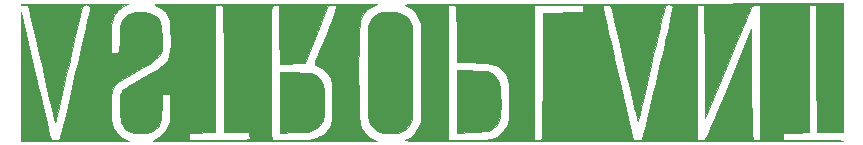
<source format=gbr>
G04 #@! TF.GenerationSoftware,KiCad,Pcbnew,7.0.7*
G04 #@! TF.CreationDate,2023-10-12T15:34:55+02:00*
G04 #@! TF.ProjectId,Astroplant_VFR,41737472-6f70-46c6-916e-745f5646522e,0.5*
G04 #@! TF.SameCoordinates,Original*
G04 #@! TF.FileFunction,Legend,Bot*
G04 #@! TF.FilePolarity,Positive*
%FSLAX46Y46*%
G04 Gerber Fmt 4.6, Leading zero omitted, Abs format (unit mm)*
G04 Created by KiCad (PCBNEW 7.0.7) date 2023-10-12 15:34:55*
%MOMM*%
%LPD*%
G01*
G04 APERTURE LIST*
%ADD10C,0.010000*%
G04 APERTURE END LIST*
D10*
X145808554Y-51634064D02*
X146357588Y-51658356D01*
X146781376Y-51711082D01*
X147107142Y-51798172D01*
X147362112Y-51925553D01*
X147573511Y-52099155D01*
X147690530Y-52231154D01*
X147832671Y-52464940D01*
X147933013Y-52758829D01*
X147997384Y-53139875D01*
X148031613Y-53635133D01*
X148041527Y-54271659D01*
X148038334Y-54664614D01*
X148018267Y-55167863D01*
X147974497Y-55552134D01*
X147900981Y-55847940D01*
X147791674Y-56085796D01*
X147640532Y-56296216D01*
X147611874Y-56329659D01*
X147430885Y-56507393D01*
X147224108Y-56639101D01*
X146962861Y-56732604D01*
X146618465Y-56795722D01*
X146162238Y-56836279D01*
X145565500Y-56862095D01*
X144316666Y-56900955D01*
X144316666Y-51630666D01*
X145422174Y-51630666D01*
X145808554Y-51634064D01*
G36*
X145808554Y-51634064D02*
G01*
X146357588Y-51658356D01*
X146781376Y-51711082D01*
X147107142Y-51798172D01*
X147362112Y-51925553D01*
X147573511Y-52099155D01*
X147690530Y-52231154D01*
X147832671Y-52464940D01*
X147933013Y-52758829D01*
X147997384Y-53139875D01*
X148031613Y-53635133D01*
X148041527Y-54271659D01*
X148038334Y-54664614D01*
X148018267Y-55167863D01*
X147974497Y-55552134D01*
X147900981Y-55847940D01*
X147791674Y-56085796D01*
X147640532Y-56296216D01*
X147611874Y-56329659D01*
X147430885Y-56507393D01*
X147224108Y-56639101D01*
X146962861Y-56732604D01*
X146618465Y-56795722D01*
X146162238Y-56836279D01*
X145565500Y-56862095D01*
X144316666Y-56900955D01*
X144316666Y-51630666D01*
X145422174Y-51630666D01*
X145808554Y-51634064D01*
G37*
X130706363Y-51800024D02*
X131191625Y-51802550D01*
X131544997Y-51811974D01*
X131799488Y-51832175D01*
X131988108Y-51867033D01*
X132143866Y-51920424D01*
X132299772Y-51996228D01*
X132378137Y-52040181D01*
X132662829Y-52271737D01*
X132884589Y-52607801D01*
X132905595Y-52648973D01*
X132982582Y-52815190D01*
X133035834Y-52979053D01*
X133069691Y-53174897D01*
X133088499Y-53437057D01*
X133096598Y-53799869D01*
X133098333Y-54297666D01*
X133098280Y-54415051D01*
X133095527Y-54882105D01*
X133085437Y-55221565D01*
X133063668Y-55467919D01*
X133025878Y-55655660D01*
X132967726Y-55819277D01*
X132884868Y-55993260D01*
X132756057Y-56217123D01*
X132550831Y-56441548D01*
X132253947Y-56622051D01*
X132111894Y-56688397D01*
X131932534Y-56752636D01*
X131725416Y-56797297D01*
X131455146Y-56827534D01*
X131086331Y-56848504D01*
X130583579Y-56865362D01*
X129330666Y-56900955D01*
X129330666Y-51800000D01*
X130629683Y-51800000D01*
X130706363Y-51800024D01*
G36*
X130706363Y-51800024D02*
G01*
X131191625Y-51802550D01*
X131544997Y-51811974D01*
X131799488Y-51832175D01*
X131988108Y-51867033D01*
X132143866Y-51920424D01*
X132299772Y-51996228D01*
X132378137Y-52040181D01*
X132662829Y-52271737D01*
X132884589Y-52607801D01*
X132905595Y-52648973D01*
X132982582Y-52815190D01*
X133035834Y-52979053D01*
X133069691Y-53174897D01*
X133088499Y-53437057D01*
X133096598Y-53799869D01*
X133098333Y-54297666D01*
X133098280Y-54415051D01*
X133095527Y-54882105D01*
X133085437Y-55221565D01*
X133063668Y-55467919D01*
X133025878Y-55655660D01*
X132967726Y-55819277D01*
X132884868Y-55993260D01*
X132756057Y-56217123D01*
X132550831Y-56441548D01*
X132253947Y-56622051D01*
X132111894Y-56688397D01*
X131932534Y-56752636D01*
X131725416Y-56797297D01*
X131455146Y-56827534D01*
X131086331Y-56848504D01*
X130583579Y-56865362D01*
X129330666Y-56900955D01*
X129330666Y-51800000D01*
X130629683Y-51800000D01*
X130706363Y-51800024D01*
G37*
X139160361Y-46669881D02*
X139677296Y-46815498D01*
X140074809Y-47080743D01*
X140353377Y-47465854D01*
X140549000Y-47863000D01*
X140549000Y-55737000D01*
X140353377Y-56134146D01*
X140166808Y-56418986D01*
X139801373Y-56719677D01*
X139321003Y-56902695D01*
X138733209Y-56964194D01*
X138463562Y-56955011D01*
X138112995Y-56921076D01*
X137843639Y-56870801D01*
X137735813Y-56834511D01*
X137363967Y-56611675D01*
X137060231Y-56284094D01*
X136875199Y-55902360D01*
X136861865Y-55825287D01*
X136841038Y-55570148D01*
X136823239Y-55179970D01*
X136808478Y-54676494D01*
X136796765Y-54081456D01*
X136788108Y-53416597D01*
X136782517Y-52703655D01*
X136780002Y-51964368D01*
X136780570Y-51220476D01*
X136784233Y-50493717D01*
X136790998Y-49805829D01*
X136800876Y-49178552D01*
X136813876Y-48633624D01*
X136830006Y-48192783D01*
X136849277Y-47877769D01*
X136871697Y-47710320D01*
X137042639Y-47334905D01*
X137354388Y-46989063D01*
X137755000Y-46762503D01*
X137983538Y-46706003D01*
X138329713Y-46658647D01*
X138690876Y-46639049D01*
X139160361Y-46669881D01*
G36*
X139160361Y-46669881D02*
G01*
X139677296Y-46815498D01*
X140074809Y-47080743D01*
X140353377Y-47465854D01*
X140549000Y-47863000D01*
X140549000Y-55737000D01*
X140353377Y-56134146D01*
X140166808Y-56418986D01*
X139801373Y-56719677D01*
X139321003Y-56902695D01*
X138733209Y-56964194D01*
X138463562Y-56955011D01*
X138112995Y-56921076D01*
X137843639Y-56870801D01*
X137735813Y-56834511D01*
X137363967Y-56611675D01*
X137060231Y-56284094D01*
X136875199Y-55902360D01*
X136861865Y-55825287D01*
X136841038Y-55570148D01*
X136823239Y-55179970D01*
X136808478Y-54676494D01*
X136796765Y-54081456D01*
X136788108Y-53416597D01*
X136782517Y-52703655D01*
X136780002Y-51964368D01*
X136780570Y-51220476D01*
X136784233Y-50493717D01*
X136790998Y-49805829D01*
X136800876Y-49178552D01*
X136813876Y-48633624D01*
X136830006Y-48192783D01*
X136849277Y-47877769D01*
X136871697Y-47710320D01*
X137042639Y-47334905D01*
X137354388Y-46989063D01*
X137755000Y-46762503D01*
X137983538Y-46706003D01*
X138329713Y-46658647D01*
X138690876Y-46639049D01*
X139160361Y-46669881D01*
G37*
X112037500Y-45965277D02*
X112594912Y-45966625D01*
X113418852Y-45970449D01*
X114174243Y-45976165D01*
X114846688Y-45983540D01*
X115421787Y-45992340D01*
X115885144Y-46002330D01*
X116222361Y-46013277D01*
X116419041Y-46024948D01*
X116460785Y-46037107D01*
X116073139Y-46196239D01*
X115626109Y-46525362D01*
X115301373Y-46968311D01*
X115108733Y-47514375D01*
X115075113Y-47770355D01*
X115050830Y-48147086D01*
X115038545Y-48591719D01*
X115040516Y-49053351D01*
X115064333Y-50149000D01*
X115351788Y-50176447D01*
X115573484Y-50167045D01*
X115710324Y-50091781D01*
X115735855Y-49987012D01*
X115759911Y-49743190D01*
X115776551Y-49403271D01*
X115783175Y-49006000D01*
X115788670Y-48667319D01*
X115807561Y-48263827D01*
X115836610Y-47930723D01*
X115872392Y-47717462D01*
X115959894Y-47477519D01*
X116225211Y-47093443D01*
X116609447Y-46824418D01*
X117105364Y-46674664D01*
X117705722Y-46648403D01*
X117778890Y-46653119D01*
X118294948Y-46730963D01*
X118694759Y-46891222D01*
X118991574Y-47149770D01*
X119198644Y-47522482D01*
X119329221Y-48025231D01*
X119396556Y-48673891D01*
X119410567Y-48975829D01*
X119411277Y-49436734D01*
X119367605Y-49816723D01*
X119264018Y-50137689D01*
X119084984Y-50421522D01*
X118814970Y-50690113D01*
X118438441Y-50965352D01*
X117939866Y-51269130D01*
X117303711Y-51623337D01*
X117115167Y-51726182D01*
X116509191Y-52062992D01*
X116033344Y-52347967D01*
X115671887Y-52601949D01*
X115409078Y-52845779D01*
X115229178Y-53100301D01*
X115116446Y-53386355D01*
X115055142Y-53724784D01*
X115029527Y-54136429D01*
X115023859Y-54642133D01*
X115023849Y-54703557D01*
X115038406Y-55343986D01*
X115080908Y-55833842D01*
X115152634Y-56188493D01*
X115259435Y-56471938D01*
X115569364Y-56948270D01*
X116002946Y-57316766D01*
X116545451Y-57562892D01*
X116534497Y-57571164D01*
X116385632Y-57582966D01*
X116091523Y-57594128D01*
X115666511Y-57604418D01*
X115124938Y-57613606D01*
X114481143Y-57621461D01*
X113749466Y-57627752D01*
X112944250Y-57632250D01*
X112079833Y-57634723D01*
X107402000Y-57642000D01*
X107407845Y-52159833D01*
X107413691Y-46677666D01*
X108635089Y-51927000D01*
X108685358Y-52142904D01*
X108898243Y-53054105D01*
X109100879Y-53916501D01*
X109289783Y-54715571D01*
X109461470Y-55436791D01*
X109612459Y-56065637D01*
X109739266Y-56587588D01*
X109838407Y-56988119D01*
X109906400Y-57252709D01*
X109939762Y-57366833D01*
X109956438Y-57401393D01*
X110082502Y-57523193D01*
X110310817Y-57557333D01*
X110328243Y-57557143D01*
X110545849Y-57524107D01*
X110681839Y-57451500D01*
X110711324Y-57373521D01*
X110777051Y-57143179D01*
X110872458Y-56779011D01*
X110993693Y-56297598D01*
X111136903Y-55715519D01*
X111298233Y-55049356D01*
X111473831Y-54315687D01*
X111659844Y-53531095D01*
X111852417Y-52712158D01*
X112047697Y-51875457D01*
X112241832Y-51037572D01*
X112430967Y-50215083D01*
X112611249Y-49424571D01*
X112778825Y-48682617D01*
X112929842Y-48005799D01*
X113060445Y-47410698D01*
X113166782Y-46913896D01*
X113244998Y-46531971D01*
X113291242Y-46281504D01*
X113301659Y-46179076D01*
X113285671Y-46149852D01*
X113142575Y-46063348D01*
X112933868Y-46039678D01*
X112733804Y-46078709D01*
X112616632Y-46180307D01*
X112594510Y-46262387D01*
X112536850Y-46498585D01*
X112448131Y-46871951D01*
X112331845Y-47367489D01*
X112191483Y-47970204D01*
X112030536Y-48665098D01*
X111852495Y-49437177D01*
X111660849Y-50271443D01*
X111459092Y-51152900D01*
X111280440Y-51933882D01*
X111089406Y-52766897D01*
X110912416Y-53536470D01*
X110752837Y-54228078D01*
X110614033Y-54827198D01*
X110499372Y-55319306D01*
X110412218Y-55689879D01*
X110355938Y-55924393D01*
X110333896Y-56008326D01*
X110312744Y-55934982D01*
X110257302Y-55710556D01*
X110170956Y-55349168D01*
X110057025Y-54865049D01*
X109918826Y-54272429D01*
X109759679Y-53585539D01*
X109582901Y-52818609D01*
X109391810Y-51985869D01*
X109189726Y-51101551D01*
X108994652Y-50248085D01*
X108801535Y-49407096D01*
X108621972Y-48629061D01*
X108459374Y-47928579D01*
X108317156Y-47320248D01*
X108198731Y-46818665D01*
X108107513Y-46438429D01*
X108046914Y-46194138D01*
X108020347Y-46100390D01*
X108015146Y-46093940D01*
X107893982Y-46056872D01*
X107688333Y-46059903D01*
X107655455Y-46063295D01*
X107475421Y-46062218D01*
X107402000Y-46025665D01*
X107431660Y-46018061D01*
X107607605Y-46006098D01*
X107928412Y-45995268D01*
X108378762Y-45985772D01*
X108943337Y-45977809D01*
X109606817Y-45971578D01*
X110353884Y-45967279D01*
X111169218Y-45965113D01*
X112037500Y-45965277D01*
G36*
X112037500Y-45965277D02*
G01*
X112594912Y-45966625D01*
X113418852Y-45970449D01*
X114174243Y-45976165D01*
X114846688Y-45983540D01*
X115421787Y-45992340D01*
X115885144Y-46002330D01*
X116222361Y-46013277D01*
X116419041Y-46024948D01*
X116460785Y-46037107D01*
X116073139Y-46196239D01*
X115626109Y-46525362D01*
X115301373Y-46968311D01*
X115108733Y-47514375D01*
X115075113Y-47770355D01*
X115050830Y-48147086D01*
X115038545Y-48591719D01*
X115040516Y-49053351D01*
X115064333Y-50149000D01*
X115351788Y-50176447D01*
X115573484Y-50167045D01*
X115710324Y-50091781D01*
X115735855Y-49987012D01*
X115759911Y-49743190D01*
X115776551Y-49403271D01*
X115783175Y-49006000D01*
X115788670Y-48667319D01*
X115807561Y-48263827D01*
X115836610Y-47930723D01*
X115872392Y-47717462D01*
X115959894Y-47477519D01*
X116225211Y-47093443D01*
X116609447Y-46824418D01*
X117105364Y-46674664D01*
X117705722Y-46648403D01*
X117778890Y-46653119D01*
X118294948Y-46730963D01*
X118694759Y-46891222D01*
X118991574Y-47149770D01*
X119198644Y-47522482D01*
X119329221Y-48025231D01*
X119396556Y-48673891D01*
X119410567Y-48975829D01*
X119411277Y-49436734D01*
X119367605Y-49816723D01*
X119264018Y-50137689D01*
X119084984Y-50421522D01*
X118814970Y-50690113D01*
X118438441Y-50965352D01*
X117939866Y-51269130D01*
X117303711Y-51623337D01*
X117115167Y-51726182D01*
X116509191Y-52062992D01*
X116033344Y-52347967D01*
X115671887Y-52601949D01*
X115409078Y-52845779D01*
X115229178Y-53100301D01*
X115116446Y-53386355D01*
X115055142Y-53724784D01*
X115029527Y-54136429D01*
X115023859Y-54642133D01*
X115023849Y-54703557D01*
X115038406Y-55343986D01*
X115080908Y-55833842D01*
X115152634Y-56188493D01*
X115259435Y-56471938D01*
X115569364Y-56948270D01*
X116002946Y-57316766D01*
X116545451Y-57562892D01*
X116534497Y-57571164D01*
X116385632Y-57582966D01*
X116091523Y-57594128D01*
X115666511Y-57604418D01*
X115124938Y-57613606D01*
X114481143Y-57621461D01*
X113749466Y-57627752D01*
X112944250Y-57632250D01*
X112079833Y-57634723D01*
X107402000Y-57642000D01*
X107407845Y-52159833D01*
X107413691Y-46677666D01*
X108635089Y-51927000D01*
X108685358Y-52142904D01*
X108898243Y-53054105D01*
X109100879Y-53916501D01*
X109289783Y-54715571D01*
X109461470Y-55436791D01*
X109612459Y-56065637D01*
X109739266Y-56587588D01*
X109838407Y-56988119D01*
X109906400Y-57252709D01*
X109939762Y-57366833D01*
X109956438Y-57401393D01*
X110082502Y-57523193D01*
X110310817Y-57557333D01*
X110328243Y-57557143D01*
X110545849Y-57524107D01*
X110681839Y-57451500D01*
X110711324Y-57373521D01*
X110777051Y-57143179D01*
X110872458Y-56779011D01*
X110993693Y-56297598D01*
X111136903Y-55715519D01*
X111298233Y-55049356D01*
X111473831Y-54315687D01*
X111659844Y-53531095D01*
X111852417Y-52712158D01*
X112047697Y-51875457D01*
X112241832Y-51037572D01*
X112430967Y-50215083D01*
X112611249Y-49424571D01*
X112778825Y-48682617D01*
X112929842Y-48005799D01*
X113060445Y-47410698D01*
X113166782Y-46913896D01*
X113244998Y-46531971D01*
X113291242Y-46281504D01*
X113301659Y-46179076D01*
X113285671Y-46149852D01*
X113142575Y-46063348D01*
X112933868Y-46039678D01*
X112733804Y-46078709D01*
X112616632Y-46180307D01*
X112594510Y-46262387D01*
X112536850Y-46498585D01*
X112448131Y-46871951D01*
X112331845Y-47367489D01*
X112191483Y-47970204D01*
X112030536Y-48665098D01*
X111852495Y-49437177D01*
X111660849Y-50271443D01*
X111459092Y-51152900D01*
X111280440Y-51933882D01*
X111089406Y-52766897D01*
X110912416Y-53536470D01*
X110752837Y-54228078D01*
X110614033Y-54827198D01*
X110499372Y-55319306D01*
X110412218Y-55689879D01*
X110355938Y-55924393D01*
X110333896Y-56008326D01*
X110312744Y-55934982D01*
X110257302Y-55710556D01*
X110170956Y-55349168D01*
X110057025Y-54865049D01*
X109918826Y-54272429D01*
X109759679Y-53585539D01*
X109582901Y-52818609D01*
X109391810Y-51985869D01*
X109189726Y-51101551D01*
X108994652Y-50248085D01*
X108801535Y-49407096D01*
X108621972Y-48629061D01*
X108459374Y-47928579D01*
X108317156Y-47320248D01*
X108198731Y-46818665D01*
X108107513Y-46438429D01*
X108046914Y-46194138D01*
X108020347Y-46100390D01*
X108015146Y-46093940D01*
X107893982Y-46056872D01*
X107688333Y-46059903D01*
X107655455Y-46063295D01*
X107475421Y-46062218D01*
X107402000Y-46025665D01*
X107431660Y-46018061D01*
X107607605Y-46006098D01*
X107928412Y-45995268D01*
X108378762Y-45985772D01*
X108943337Y-45977809D01*
X109606817Y-45971578D01*
X110353884Y-45967279D01*
X111169218Y-45965113D01*
X112037500Y-45965277D01*
G37*
X128103000Y-45968993D02*
X128657196Y-45969304D01*
X129894367Y-45970783D01*
X131075586Y-45973268D01*
X132190545Y-45976685D01*
X133228937Y-45980960D01*
X134180456Y-45986018D01*
X135034792Y-45991784D01*
X135781640Y-45998186D01*
X136410691Y-46005147D01*
X136911638Y-46012595D01*
X137274175Y-46020453D01*
X137487993Y-46028649D01*
X137542785Y-46037107D01*
X137249925Y-46148038D01*
X136761832Y-46459175D01*
X136390269Y-46885177D01*
X136149967Y-47411507D01*
X136130274Y-47504795D01*
X136097868Y-47794970D01*
X136070280Y-48220762D01*
X136047508Y-48760392D01*
X136029554Y-49392084D01*
X136016416Y-50094061D01*
X136008095Y-50844545D01*
X136004591Y-51621760D01*
X136005904Y-52403927D01*
X136012034Y-53169270D01*
X136022981Y-53896011D01*
X136038744Y-54562374D01*
X136059325Y-55146580D01*
X136084722Y-55626854D01*
X136114936Y-55981417D01*
X136149967Y-56188493D01*
X136256768Y-56471938D01*
X136566697Y-56948270D01*
X137000279Y-57316766D01*
X137542785Y-57562892D01*
X137537812Y-57566822D01*
X137408033Y-57575092D01*
X137123970Y-57583011D01*
X136695908Y-57590508D01*
X136134135Y-57597514D01*
X135448937Y-57603957D01*
X134650599Y-57609768D01*
X133749407Y-57614878D01*
X132755649Y-57619215D01*
X131679609Y-57622711D01*
X130531575Y-57625294D01*
X129321832Y-57626896D01*
X128060666Y-57627445D01*
X127470972Y-57627326D01*
X126232337Y-57626281D01*
X125049889Y-57624216D01*
X123933911Y-57621201D01*
X122894691Y-57617307D01*
X121942515Y-57612604D01*
X121087669Y-57607160D01*
X120340440Y-57601048D01*
X119711112Y-57594336D01*
X119209973Y-57587094D01*
X118847308Y-57579393D01*
X118633404Y-57571302D01*
X118578548Y-57562892D01*
X118704095Y-57515000D01*
X121668333Y-57515000D01*
X124133420Y-57537427D01*
X124651715Y-57541869D01*
X125300330Y-57544975D01*
X125806956Y-57541322D01*
X126188003Y-57528127D01*
X126459884Y-57502608D01*
X126639008Y-57461982D01*
X126741789Y-57403467D01*
X126784635Y-57324281D01*
X126783960Y-57221642D01*
X126756174Y-57092766D01*
X126702773Y-56880000D01*
X124589333Y-56880000D01*
X124589333Y-51806566D01*
X128568666Y-51806566D01*
X128568975Y-52792897D01*
X128570245Y-53779578D01*
X128572738Y-54618820D01*
X128576710Y-55322338D01*
X128582417Y-55901844D01*
X128590116Y-56369052D01*
X128600061Y-56735676D01*
X128612510Y-57013429D01*
X128627717Y-57214025D01*
X128645941Y-57349177D01*
X128667435Y-57430598D01*
X128692457Y-57470003D01*
X128701107Y-57476262D01*
X128815029Y-57512126D01*
X129035381Y-57536060D01*
X129377824Y-57548695D01*
X129858018Y-57550662D01*
X130491624Y-57542594D01*
X131025784Y-57531841D01*
X131481506Y-57518204D01*
X131821565Y-57499845D01*
X132074166Y-57473760D01*
X132267515Y-57436942D01*
X132429817Y-57386387D01*
X132589278Y-57319089D01*
X132622409Y-57303761D01*
X133041409Y-57067105D01*
X133347485Y-56786478D01*
X133593406Y-56414333D01*
X133615483Y-56372451D01*
X133671282Y-56249333D01*
X133712415Y-56111366D01*
X133741097Y-55932803D01*
X133759546Y-55687898D01*
X133769980Y-55350905D01*
X133774614Y-54896076D01*
X133775666Y-54297666D01*
X133775546Y-54041969D01*
X133773438Y-53504352D01*
X133766930Y-53099939D01*
X133753750Y-52802860D01*
X133731626Y-52587245D01*
X133698288Y-52427224D01*
X133651462Y-52296927D01*
X133588879Y-52170483D01*
X133423984Y-51912606D01*
X133044858Y-51530839D01*
X132590362Y-51280482D01*
X132541989Y-51262092D01*
X132365417Y-51175642D01*
X132294000Y-51106315D01*
X132297221Y-51092690D01*
X132346191Y-50953746D01*
X132448089Y-50684147D01*
X132595140Y-50303904D01*
X132779566Y-49833025D01*
X132993590Y-49291520D01*
X133229437Y-48699400D01*
X133303537Y-48513408D01*
X133532691Y-47929695D01*
X133735994Y-47399062D01*
X133905834Y-46942255D01*
X134034597Y-46580019D01*
X134114672Y-46333100D01*
X134138444Y-46222243D01*
X134127156Y-46187520D01*
X134017374Y-46108710D01*
X133774507Y-46085000D01*
X133437000Y-46085000D01*
X131463080Y-50995666D01*
X129333232Y-51043040D01*
X129310782Y-48564020D01*
X129288333Y-46085000D01*
X129033916Y-46060016D01*
X128829361Y-46072009D01*
X128674083Y-46140450D01*
X128664469Y-46156192D01*
X128643754Y-46244299D01*
X128626010Y-46411720D01*
X128611051Y-46668455D01*
X128598689Y-47024507D01*
X128588740Y-47489878D01*
X128581017Y-48074569D01*
X128575335Y-48788581D01*
X128571506Y-49641917D01*
X128569345Y-50644578D01*
X128568666Y-51806566D01*
X124589333Y-51806566D01*
X124589333Y-51562933D01*
X124588838Y-50643749D01*
X124586691Y-49620621D01*
X124582681Y-48750106D01*
X124576633Y-48022855D01*
X124568373Y-47429517D01*
X124557723Y-46960741D01*
X124544510Y-46607178D01*
X124528557Y-46359479D01*
X124509690Y-46208291D01*
X124487733Y-46144266D01*
X124434212Y-46107185D01*
X124242551Y-46052614D01*
X124029276Y-46047694D01*
X123883777Y-46099111D01*
X123881432Y-46106058D01*
X123871684Y-46235882D01*
X123862519Y-46517216D01*
X123854087Y-46935612D01*
X123846540Y-47476624D01*
X123840027Y-48125803D01*
X123834699Y-48868703D01*
X123830707Y-49690875D01*
X123828201Y-50577873D01*
X123827333Y-51515248D01*
X123827333Y-56874941D01*
X121668333Y-56922333D01*
X121668333Y-57515000D01*
X118704095Y-57515000D01*
X118882676Y-57446877D01*
X119368763Y-57132972D01*
X119737421Y-56703408D01*
X119975441Y-56171344D01*
X120012980Y-56021853D01*
X120063740Y-55678869D01*
X120086396Y-55239834D01*
X120083530Y-54668887D01*
X120059666Y-53620333D01*
X119382333Y-53620333D01*
X119339310Y-54763333D01*
X119318194Y-55209981D01*
X119279928Y-55644569D01*
X119220048Y-55967883D01*
X119129370Y-56212214D01*
X118998708Y-56409857D01*
X118818877Y-56593105D01*
X118597022Y-56749898D01*
X118143082Y-56911197D01*
X117562000Y-56964666D01*
X117527288Y-56964523D01*
X116968306Y-56910127D01*
X116530412Y-56750616D01*
X116195140Y-56475845D01*
X115944023Y-56075666D01*
X115941077Y-56069166D01*
X115865142Y-55802529D01*
X115811998Y-55424957D01*
X115782262Y-54982813D01*
X115776550Y-54522462D01*
X115795478Y-54090267D01*
X115839663Y-53732593D01*
X115909722Y-53495804D01*
X115948195Y-53426066D01*
X116026720Y-53314545D01*
X116137327Y-53203158D01*
X116299637Y-53078728D01*
X116533272Y-52928076D01*
X116857852Y-52738022D01*
X117292998Y-52495389D01*
X117858333Y-52186997D01*
X118461890Y-51854236D01*
X118977501Y-51548236D01*
X119372244Y-51272449D01*
X119662174Y-51003767D01*
X119863345Y-50719080D01*
X119991811Y-50395279D01*
X120063627Y-50009255D01*
X120094848Y-49537899D01*
X120101527Y-48958102D01*
X120100654Y-48787925D01*
X120090192Y-48318407D01*
X120069777Y-47895903D01*
X120041774Y-47561179D01*
X120008546Y-47355000D01*
X119954395Y-47186597D01*
X119691569Y-46714361D01*
X119294601Y-46343533D01*
X118767731Y-46078475D01*
X118750422Y-46071173D01*
X118741245Y-46054327D01*
X118787061Y-46039331D01*
X118896036Y-46026086D01*
X119076337Y-46014499D01*
X119336131Y-46004473D01*
X119683587Y-45995911D01*
X120126870Y-45988720D01*
X120674148Y-45982802D01*
X121333588Y-45978062D01*
X122113358Y-45974404D01*
X123021624Y-45971732D01*
X124066554Y-45969951D01*
X125256315Y-45968965D01*
X126599075Y-45968677D01*
X128103000Y-45968993D01*
G36*
X128103000Y-45968993D02*
G01*
X128657196Y-45969304D01*
X129894367Y-45970783D01*
X131075586Y-45973268D01*
X132190545Y-45976685D01*
X133228937Y-45980960D01*
X134180456Y-45986018D01*
X135034792Y-45991784D01*
X135781640Y-45998186D01*
X136410691Y-46005147D01*
X136911638Y-46012595D01*
X137274175Y-46020453D01*
X137487993Y-46028649D01*
X137542785Y-46037107D01*
X137249925Y-46148038D01*
X136761832Y-46459175D01*
X136390269Y-46885177D01*
X136149967Y-47411507D01*
X136130274Y-47504795D01*
X136097868Y-47794970D01*
X136070280Y-48220762D01*
X136047508Y-48760392D01*
X136029554Y-49392084D01*
X136016416Y-50094061D01*
X136008095Y-50844545D01*
X136004591Y-51621760D01*
X136005904Y-52403927D01*
X136012034Y-53169270D01*
X136022981Y-53896011D01*
X136038744Y-54562374D01*
X136059325Y-55146580D01*
X136084722Y-55626854D01*
X136114936Y-55981417D01*
X136149967Y-56188493D01*
X136256768Y-56471938D01*
X136566697Y-56948270D01*
X137000279Y-57316766D01*
X137542785Y-57562892D01*
X137537812Y-57566822D01*
X137408033Y-57575092D01*
X137123970Y-57583011D01*
X136695908Y-57590508D01*
X136134135Y-57597514D01*
X135448937Y-57603957D01*
X134650599Y-57609768D01*
X133749407Y-57614878D01*
X132755649Y-57619215D01*
X131679609Y-57622711D01*
X130531575Y-57625294D01*
X129321832Y-57626896D01*
X128060666Y-57627445D01*
X127470972Y-57627326D01*
X126232337Y-57626281D01*
X125049889Y-57624216D01*
X123933911Y-57621201D01*
X122894691Y-57617307D01*
X121942515Y-57612604D01*
X121087669Y-57607160D01*
X120340440Y-57601048D01*
X119711112Y-57594336D01*
X119209973Y-57587094D01*
X118847308Y-57579393D01*
X118633404Y-57571302D01*
X118578548Y-57562892D01*
X118704095Y-57515000D01*
X121668333Y-57515000D01*
X124133420Y-57537427D01*
X124651715Y-57541869D01*
X125300330Y-57544975D01*
X125806956Y-57541322D01*
X126188003Y-57528127D01*
X126459884Y-57502608D01*
X126639008Y-57461982D01*
X126741789Y-57403467D01*
X126784635Y-57324281D01*
X126783960Y-57221642D01*
X126756174Y-57092766D01*
X126702773Y-56880000D01*
X124589333Y-56880000D01*
X124589333Y-51806566D01*
X128568666Y-51806566D01*
X128568975Y-52792897D01*
X128570245Y-53779578D01*
X128572738Y-54618820D01*
X128576710Y-55322338D01*
X128582417Y-55901844D01*
X128590116Y-56369052D01*
X128600061Y-56735676D01*
X128612510Y-57013429D01*
X128627717Y-57214025D01*
X128645941Y-57349177D01*
X128667435Y-57430598D01*
X128692457Y-57470003D01*
X128701107Y-57476262D01*
X128815029Y-57512126D01*
X129035381Y-57536060D01*
X129377824Y-57548695D01*
X129858018Y-57550662D01*
X130491624Y-57542594D01*
X131025784Y-57531841D01*
X131481506Y-57518204D01*
X131821565Y-57499845D01*
X132074166Y-57473760D01*
X132267515Y-57436942D01*
X132429817Y-57386387D01*
X132589278Y-57319089D01*
X132622409Y-57303761D01*
X133041409Y-57067105D01*
X133347485Y-56786478D01*
X133593406Y-56414333D01*
X133615483Y-56372451D01*
X133671282Y-56249333D01*
X133712415Y-56111366D01*
X133741097Y-55932803D01*
X133759546Y-55687898D01*
X133769980Y-55350905D01*
X133774614Y-54896076D01*
X133775666Y-54297666D01*
X133775546Y-54041969D01*
X133773438Y-53504352D01*
X133766930Y-53099939D01*
X133753750Y-52802860D01*
X133731626Y-52587245D01*
X133698288Y-52427224D01*
X133651462Y-52296927D01*
X133588879Y-52170483D01*
X133423984Y-51912606D01*
X133044858Y-51530839D01*
X132590362Y-51280482D01*
X132541989Y-51262092D01*
X132365417Y-51175642D01*
X132294000Y-51106315D01*
X132297221Y-51092690D01*
X132346191Y-50953746D01*
X132448089Y-50684147D01*
X132595140Y-50303904D01*
X132779566Y-49833025D01*
X132993590Y-49291520D01*
X133229437Y-48699400D01*
X133303537Y-48513408D01*
X133532691Y-47929695D01*
X133735994Y-47399062D01*
X133905834Y-46942255D01*
X134034597Y-46580019D01*
X134114672Y-46333100D01*
X134138444Y-46222243D01*
X134127156Y-46187520D01*
X134017374Y-46108710D01*
X133774507Y-46085000D01*
X133437000Y-46085000D01*
X131463080Y-50995666D01*
X129333232Y-51043040D01*
X129310782Y-48564020D01*
X129288333Y-46085000D01*
X129033916Y-46060016D01*
X128829361Y-46072009D01*
X128674083Y-46140450D01*
X128664469Y-46156192D01*
X128643754Y-46244299D01*
X128626010Y-46411720D01*
X128611051Y-46668455D01*
X128598689Y-47024507D01*
X128588740Y-47489878D01*
X128581017Y-48074569D01*
X128575335Y-48788581D01*
X128571506Y-49641917D01*
X128569345Y-50644578D01*
X128568666Y-51806566D01*
X124589333Y-51806566D01*
X124589333Y-51562933D01*
X124588838Y-50643749D01*
X124586691Y-49620621D01*
X124582681Y-48750106D01*
X124576633Y-48022855D01*
X124568373Y-47429517D01*
X124557723Y-46960741D01*
X124544510Y-46607178D01*
X124528557Y-46359479D01*
X124509690Y-46208291D01*
X124487733Y-46144266D01*
X124434212Y-46107185D01*
X124242551Y-46052614D01*
X124029276Y-46047694D01*
X123883777Y-46099111D01*
X123881432Y-46106058D01*
X123871684Y-46235882D01*
X123862519Y-46517216D01*
X123854087Y-46935612D01*
X123846540Y-47476624D01*
X123840027Y-48125803D01*
X123834699Y-48868703D01*
X123830707Y-49690875D01*
X123828201Y-50577873D01*
X123827333Y-51515248D01*
X123827333Y-56874941D01*
X121668333Y-56922333D01*
X121668333Y-57515000D01*
X118704095Y-57515000D01*
X118882676Y-57446877D01*
X119368763Y-57132972D01*
X119737421Y-56703408D01*
X119975441Y-56171344D01*
X120012980Y-56021853D01*
X120063740Y-55678869D01*
X120086396Y-55239834D01*
X120083530Y-54668887D01*
X120059666Y-53620333D01*
X119382333Y-53620333D01*
X119339310Y-54763333D01*
X119318194Y-55209981D01*
X119279928Y-55644569D01*
X119220048Y-55967883D01*
X119129370Y-56212214D01*
X118998708Y-56409857D01*
X118818877Y-56593105D01*
X118597022Y-56749898D01*
X118143082Y-56911197D01*
X117562000Y-56964666D01*
X117527288Y-56964523D01*
X116968306Y-56910127D01*
X116530412Y-56750616D01*
X116195140Y-56475845D01*
X115944023Y-56075666D01*
X115941077Y-56069166D01*
X115865142Y-55802529D01*
X115811998Y-55424957D01*
X115782262Y-54982813D01*
X115776550Y-54522462D01*
X115795478Y-54090267D01*
X115839663Y-53732593D01*
X115909722Y-53495804D01*
X115948195Y-53426066D01*
X116026720Y-53314545D01*
X116137327Y-53203158D01*
X116299637Y-53078728D01*
X116533272Y-52928076D01*
X116857852Y-52738022D01*
X117292998Y-52495389D01*
X117858333Y-52186997D01*
X118461890Y-51854236D01*
X118977501Y-51548236D01*
X119372244Y-51272449D01*
X119662174Y-51003767D01*
X119863345Y-50719080D01*
X119991811Y-50395279D01*
X120063627Y-50009255D01*
X120094848Y-49537899D01*
X120101527Y-48958102D01*
X120100654Y-48787925D01*
X120090192Y-48318407D01*
X120069777Y-47895903D01*
X120041774Y-47561179D01*
X120008546Y-47355000D01*
X119954395Y-47186597D01*
X119691569Y-46714361D01*
X119294601Y-46343533D01*
X118767731Y-46078475D01*
X118750422Y-46071173D01*
X118741245Y-46054327D01*
X118787061Y-46039331D01*
X118896036Y-46026086D01*
X119076337Y-46014499D01*
X119336131Y-46004473D01*
X119683587Y-45995911D01*
X120126870Y-45988720D01*
X120674148Y-45982802D01*
X121333588Y-45978062D01*
X122113358Y-45974404D01*
X123021624Y-45971732D01*
X124066554Y-45969951D01*
X125256315Y-45968965D01*
X126599075Y-45968677D01*
X128103000Y-45968993D01*
G37*
X176998000Y-56880000D02*
X174797920Y-56880000D01*
X174776126Y-51482500D01*
X174754333Y-46085000D01*
X174161666Y-46085000D01*
X174139874Y-51479975D01*
X174118081Y-56874950D01*
X173039207Y-56898642D01*
X171960333Y-56922333D01*
X171960333Y-57515000D01*
X174479191Y-57515000D01*
X174698233Y-57515240D01*
X175314364Y-57518609D01*
X175865071Y-57525547D01*
X176329571Y-57535528D01*
X176687085Y-57548030D01*
X176916829Y-57562529D01*
X176998025Y-57578500D01*
X176992189Y-57580090D01*
X176865517Y-57586013D01*
X176579148Y-57591724D01*
X176140711Y-57597200D01*
X175557836Y-57602418D01*
X174838151Y-57607353D01*
X173989286Y-57611983D01*
X173018869Y-57616284D01*
X171934531Y-57620233D01*
X170743900Y-57623805D01*
X169454607Y-57626979D01*
X168074279Y-57629729D01*
X166610546Y-57632033D01*
X165071037Y-57633867D01*
X163463383Y-57635207D01*
X161795211Y-57636031D01*
X160074151Y-57636315D01*
X158307833Y-57636034D01*
X157717594Y-57635839D01*
X155647295Y-57635021D01*
X153738469Y-57634016D01*
X151984932Y-57632782D01*
X150380501Y-57631277D01*
X148918992Y-57629456D01*
X147594221Y-57627278D01*
X146400006Y-57624699D01*
X145330162Y-57621676D01*
X144378507Y-57618167D01*
X143538856Y-57614129D01*
X142805027Y-57609519D01*
X142170836Y-57604294D01*
X141630100Y-57598412D01*
X141176634Y-57591828D01*
X140804256Y-57584501D01*
X140506782Y-57576388D01*
X140278029Y-57567446D01*
X140111813Y-57557632D01*
X140001950Y-57546903D01*
X139942258Y-57535216D01*
X139926553Y-57522528D01*
X139948651Y-57508798D01*
X140356901Y-57311639D01*
X140777539Y-56952327D01*
X141088395Y-56465723D01*
X141311000Y-55991000D01*
X141311000Y-49156860D01*
X143569541Y-49156860D01*
X143570092Y-50007787D01*
X143571920Y-50921806D01*
X143575070Y-51884666D01*
X143597000Y-57515000D01*
X145118962Y-57538198D01*
X145487579Y-57541229D01*
X146010366Y-57536742D01*
X146473969Y-57522683D01*
X146841705Y-57500312D01*
X147076890Y-57470890D01*
X147187976Y-57445311D01*
X147744413Y-57227686D01*
X148195667Y-56888551D01*
X148525339Y-56439580D01*
X148585878Y-56323170D01*
X148650837Y-56182036D01*
X148697424Y-56037619D01*
X148728694Y-55862245D01*
X148747700Y-55628237D01*
X148757495Y-55307922D01*
X148761132Y-54873623D01*
X148761666Y-54297666D01*
X148759521Y-53736464D01*
X148748041Y-53190097D01*
X148721519Y-52766062D01*
X148674318Y-52438643D01*
X148600797Y-52182124D01*
X148495319Y-51970790D01*
X148352245Y-51778925D01*
X148165936Y-51580814D01*
X148056759Y-51476779D01*
X147812846Y-51287967D01*
X147541200Y-51149022D01*
X147213639Y-51053015D01*
X146801979Y-50993017D01*
X146278038Y-50962099D01*
X145613632Y-50953333D01*
X144316666Y-50953333D01*
X144316666Y-49156598D01*
X150850947Y-49156598D01*
X150851459Y-50007648D01*
X150853262Y-50921756D01*
X150856404Y-51884666D01*
X150878333Y-57515000D01*
X151165788Y-57542447D01*
X151387484Y-57533045D01*
X151524324Y-57457781D01*
X151526627Y-57451383D01*
X151539032Y-57319971D01*
X151550741Y-57036605D01*
X151561556Y-56616003D01*
X151571283Y-56072881D01*
X151579724Y-55421957D01*
X151586683Y-54677948D01*
X151591963Y-53855572D01*
X151595369Y-52969545D01*
X151596703Y-52034586D01*
X151598000Y-46723506D01*
X155027000Y-46677666D01*
X155027000Y-46168398D01*
X156709104Y-46168398D01*
X156710458Y-46206246D01*
X156741460Y-46394703D01*
X156806500Y-46726478D01*
X156902569Y-47187796D01*
X157026655Y-47764878D01*
X157175752Y-48443948D01*
X157346848Y-49211229D01*
X157536936Y-50052943D01*
X157743005Y-50955314D01*
X157962046Y-51904564D01*
X159263235Y-57515000D01*
X159590441Y-57541943D01*
X159647360Y-57545445D01*
X159865944Y-57536075D01*
X159992283Y-57494250D01*
X160025291Y-57404189D01*
X160092428Y-57164402D01*
X160189188Y-56791957D01*
X160311720Y-56303367D01*
X160456170Y-55715149D01*
X160618689Y-55043817D01*
X160795424Y-54305886D01*
X160982523Y-53517872D01*
X161176135Y-52696289D01*
X161372407Y-51857653D01*
X161567490Y-51018478D01*
X161757530Y-50195280D01*
X161938676Y-49404573D01*
X161995132Y-49155924D01*
X164651800Y-49155924D01*
X164652211Y-50007289D01*
X164653950Y-50921626D01*
X164657070Y-51884666D01*
X164679000Y-57515000D01*
X164959697Y-57541943D01*
X164969504Y-57542827D01*
X165192687Y-57535096D01*
X165343723Y-57483132D01*
X165387818Y-57403282D01*
X165491398Y-57178715D01*
X165647277Y-56824161D01*
X165849528Y-56353605D01*
X166092229Y-55781030D01*
X166369453Y-55120419D01*
X166675277Y-54385756D01*
X167003776Y-53591024D01*
X167349025Y-52750207D01*
X169251000Y-48103037D01*
X169272895Y-52716555D01*
X169275763Y-53265286D01*
X169282886Y-54284039D01*
X169291747Y-55145225D01*
X169302548Y-55856783D01*
X169315490Y-56426652D01*
X169330774Y-56862771D01*
X169348600Y-57173081D01*
X169369170Y-57365520D01*
X169392684Y-57448027D01*
X169528595Y-57522451D01*
X169751788Y-57540490D01*
X170013000Y-57515000D01*
X170013000Y-46085000D01*
X169709419Y-46059552D01*
X169700834Y-46058871D01*
X169463684Y-46073082D01*
X169319239Y-46144219D01*
X169273548Y-46237503D01*
X169169137Y-46474091D01*
X169012144Y-46839695D01*
X168808434Y-47320358D01*
X168563876Y-47902123D01*
X168284335Y-48571033D01*
X167975678Y-49313131D01*
X167643773Y-50114459D01*
X167294486Y-50961060D01*
X165356333Y-55667787D01*
X165314000Y-50876393D01*
X165271666Y-46085000D01*
X164995917Y-46058425D01*
X164791477Y-46066603D01*
X164677655Y-46143092D01*
X164674383Y-46169155D01*
X164667893Y-46343058D01*
X164662426Y-46665541D01*
X164658031Y-47122338D01*
X164654762Y-47699180D01*
X164652667Y-48381798D01*
X164651800Y-49155924D01*
X161995132Y-49155924D01*
X162107077Y-48662873D01*
X162258880Y-47986695D01*
X162390234Y-47392554D01*
X162497288Y-46896964D01*
X162576190Y-46516441D01*
X162623087Y-46267500D01*
X162634129Y-46166656D01*
X162620609Y-46141317D01*
X162482228Y-46059369D01*
X162275435Y-46041986D01*
X162072138Y-46086647D01*
X161944247Y-46190833D01*
X161920336Y-46269294D01*
X161860378Y-46502723D01*
X161769723Y-46873708D01*
X161651923Y-47367147D01*
X161510528Y-47967936D01*
X161349090Y-48660972D01*
X161171160Y-49431151D01*
X160980289Y-50263370D01*
X160780027Y-51142525D01*
X160606005Y-51905298D01*
X160415482Y-52731458D01*
X160237888Y-53492179D01*
X160076661Y-54173203D01*
X159935240Y-54760272D01*
X159817064Y-55239130D01*
X159725573Y-55595519D01*
X159664204Y-55815181D01*
X159636398Y-55883859D01*
X159615723Y-55818832D01*
X159559618Y-55601296D01*
X159472705Y-55245599D01*
X159358456Y-54766526D01*
X159220342Y-54178861D01*
X159061835Y-53497391D01*
X158886405Y-52736901D01*
X158697525Y-51912175D01*
X158498665Y-51038000D01*
X158334580Y-50317218D01*
X158142199Y-49479741D01*
X157961834Y-48702723D01*
X157797058Y-48001134D01*
X157651440Y-47389941D01*
X157528553Y-46884113D01*
X157431968Y-46498618D01*
X157365257Y-46248424D01*
X157331992Y-46148500D01*
X157217343Y-46074865D01*
X157017247Y-46045114D01*
X156822067Y-46077115D01*
X156709104Y-46168398D01*
X155027000Y-46168398D01*
X155027000Y-46085000D01*
X152971755Y-46062323D01*
X152727059Y-46059831D01*
X152105260Y-46056295D01*
X151630704Y-46059097D01*
X151286920Y-46068902D01*
X151057438Y-46086376D01*
X150925786Y-46112183D01*
X150875493Y-46146990D01*
X150872334Y-46172812D01*
X150866095Y-46346153D01*
X150860862Y-46668084D01*
X150856684Y-47124349D01*
X150853607Y-47700693D01*
X150851678Y-48382862D01*
X150850947Y-49156598D01*
X144316666Y-49156598D01*
X144316666Y-48599600D01*
X144316638Y-48505115D01*
X144313818Y-47763169D01*
X144306029Y-47176899D01*
X144292765Y-46734090D01*
X144273520Y-46422525D01*
X144247789Y-46229989D01*
X144215066Y-46144266D01*
X144097379Y-46078150D01*
X143894909Y-46045797D01*
X143701849Y-46069418D01*
X143593580Y-46148500D01*
X143590465Y-46174229D01*
X143584323Y-46347352D01*
X143579181Y-46669068D01*
X143575086Y-47125127D01*
X143572084Y-47701279D01*
X143570220Y-48383274D01*
X143569541Y-49156860D01*
X141311000Y-49156860D01*
X141311000Y-47609000D01*
X141088395Y-47134277D01*
X140856745Y-46745809D01*
X140461775Y-46358691D01*
X139948651Y-46091202D01*
X139939273Y-46087372D01*
X139926818Y-46073928D01*
X139953844Y-46061517D01*
X140026534Y-46050094D01*
X140151072Y-46039617D01*
X140333640Y-46030043D01*
X140580424Y-46021330D01*
X140897605Y-46013435D01*
X141291368Y-46006314D01*
X141767895Y-45999925D01*
X142333371Y-45994225D01*
X142993979Y-45989171D01*
X143755902Y-45984720D01*
X144625324Y-45980830D01*
X145608428Y-45977457D01*
X146711398Y-45974559D01*
X147940416Y-45972093D01*
X149301668Y-45970016D01*
X150801335Y-45968285D01*
X152445601Y-45966857D01*
X154240651Y-45965690D01*
X156192667Y-45964741D01*
X158307833Y-45963966D01*
X176998000Y-45958000D01*
X176998000Y-56880000D01*
G36*
X176998000Y-56880000D02*
G01*
X174797920Y-56880000D01*
X174776126Y-51482500D01*
X174754333Y-46085000D01*
X174161666Y-46085000D01*
X174139874Y-51479975D01*
X174118081Y-56874950D01*
X173039207Y-56898642D01*
X171960333Y-56922333D01*
X171960333Y-57515000D01*
X174479191Y-57515000D01*
X174698233Y-57515240D01*
X175314364Y-57518609D01*
X175865071Y-57525547D01*
X176329571Y-57535528D01*
X176687085Y-57548030D01*
X176916829Y-57562529D01*
X176998025Y-57578500D01*
X176992189Y-57580090D01*
X176865517Y-57586013D01*
X176579148Y-57591724D01*
X176140711Y-57597200D01*
X175557836Y-57602418D01*
X174838151Y-57607353D01*
X173989286Y-57611983D01*
X173018869Y-57616284D01*
X171934531Y-57620233D01*
X170743900Y-57623805D01*
X169454607Y-57626979D01*
X168074279Y-57629729D01*
X166610546Y-57632033D01*
X165071037Y-57633867D01*
X163463383Y-57635207D01*
X161795211Y-57636031D01*
X160074151Y-57636315D01*
X158307833Y-57636034D01*
X157717594Y-57635839D01*
X155647295Y-57635021D01*
X153738469Y-57634016D01*
X151984932Y-57632782D01*
X150380501Y-57631277D01*
X148918992Y-57629456D01*
X147594221Y-57627278D01*
X146400006Y-57624699D01*
X145330162Y-57621676D01*
X144378507Y-57618167D01*
X143538856Y-57614129D01*
X142805027Y-57609519D01*
X142170836Y-57604294D01*
X141630100Y-57598412D01*
X141176634Y-57591828D01*
X140804256Y-57584501D01*
X140506782Y-57576388D01*
X140278029Y-57567446D01*
X140111813Y-57557632D01*
X140001950Y-57546903D01*
X139942258Y-57535216D01*
X139926553Y-57522528D01*
X139948651Y-57508798D01*
X140356901Y-57311639D01*
X140777539Y-56952327D01*
X141088395Y-56465723D01*
X141311000Y-55991000D01*
X141311000Y-49156860D01*
X143569541Y-49156860D01*
X143570092Y-50007787D01*
X143571920Y-50921806D01*
X143575070Y-51884666D01*
X143597000Y-57515000D01*
X145118962Y-57538198D01*
X145487579Y-57541229D01*
X146010366Y-57536742D01*
X146473969Y-57522683D01*
X146841705Y-57500312D01*
X147076890Y-57470890D01*
X147187976Y-57445311D01*
X147744413Y-57227686D01*
X148195667Y-56888551D01*
X148525339Y-56439580D01*
X148585878Y-56323170D01*
X148650837Y-56182036D01*
X148697424Y-56037619D01*
X148728694Y-55862245D01*
X148747700Y-55628237D01*
X148757495Y-55307922D01*
X148761132Y-54873623D01*
X148761666Y-54297666D01*
X148759521Y-53736464D01*
X148748041Y-53190097D01*
X148721519Y-52766062D01*
X148674318Y-52438643D01*
X148600797Y-52182124D01*
X148495319Y-51970790D01*
X148352245Y-51778925D01*
X148165936Y-51580814D01*
X148056759Y-51476779D01*
X147812846Y-51287967D01*
X147541200Y-51149022D01*
X147213639Y-51053015D01*
X146801979Y-50993017D01*
X146278038Y-50962099D01*
X145613632Y-50953333D01*
X144316666Y-50953333D01*
X144316666Y-49156598D01*
X150850947Y-49156598D01*
X150851459Y-50007648D01*
X150853262Y-50921756D01*
X150856404Y-51884666D01*
X150878333Y-57515000D01*
X151165788Y-57542447D01*
X151387484Y-57533045D01*
X151524324Y-57457781D01*
X151526627Y-57451383D01*
X151539032Y-57319971D01*
X151550741Y-57036605D01*
X151561556Y-56616003D01*
X151571283Y-56072881D01*
X151579724Y-55421957D01*
X151586683Y-54677948D01*
X151591963Y-53855572D01*
X151595369Y-52969545D01*
X151596703Y-52034586D01*
X151598000Y-46723506D01*
X155027000Y-46677666D01*
X155027000Y-46168398D01*
X156709104Y-46168398D01*
X156710458Y-46206246D01*
X156741460Y-46394703D01*
X156806500Y-46726478D01*
X156902569Y-47187796D01*
X157026655Y-47764878D01*
X157175752Y-48443948D01*
X157346848Y-49211229D01*
X157536936Y-50052943D01*
X157743005Y-50955314D01*
X157962046Y-51904564D01*
X159263235Y-57515000D01*
X159590441Y-57541943D01*
X159647360Y-57545445D01*
X159865944Y-57536075D01*
X159992283Y-57494250D01*
X160025291Y-57404189D01*
X160092428Y-57164402D01*
X160189188Y-56791957D01*
X160311720Y-56303367D01*
X160456170Y-55715149D01*
X160618689Y-55043817D01*
X160795424Y-54305886D01*
X160982523Y-53517872D01*
X161176135Y-52696289D01*
X161372407Y-51857653D01*
X161567490Y-51018478D01*
X161757530Y-50195280D01*
X161938676Y-49404573D01*
X161995132Y-49155924D01*
X164651800Y-49155924D01*
X164652211Y-50007289D01*
X164653950Y-50921626D01*
X164657070Y-51884666D01*
X164679000Y-57515000D01*
X164959697Y-57541943D01*
X164969504Y-57542827D01*
X165192687Y-57535096D01*
X165343723Y-57483132D01*
X165387818Y-57403282D01*
X165491398Y-57178715D01*
X165647277Y-56824161D01*
X165849528Y-56353605D01*
X166092229Y-55781030D01*
X166369453Y-55120419D01*
X166675277Y-54385756D01*
X167003776Y-53591024D01*
X167349025Y-52750207D01*
X169251000Y-48103037D01*
X169272895Y-52716555D01*
X169275763Y-53265286D01*
X169282886Y-54284039D01*
X169291747Y-55145225D01*
X169302548Y-55856783D01*
X169315490Y-56426652D01*
X169330774Y-56862771D01*
X169348600Y-57173081D01*
X169369170Y-57365520D01*
X169392684Y-57448027D01*
X169528595Y-57522451D01*
X169751788Y-57540490D01*
X170013000Y-57515000D01*
X170013000Y-46085000D01*
X169709419Y-46059552D01*
X169700834Y-46058871D01*
X169463684Y-46073082D01*
X169319239Y-46144219D01*
X169273548Y-46237503D01*
X169169137Y-46474091D01*
X169012144Y-46839695D01*
X168808434Y-47320358D01*
X168563876Y-47902123D01*
X168284335Y-48571033D01*
X167975678Y-49313131D01*
X167643773Y-50114459D01*
X167294486Y-50961060D01*
X165356333Y-55667787D01*
X165314000Y-50876393D01*
X165271666Y-46085000D01*
X164995917Y-46058425D01*
X164791477Y-46066603D01*
X164677655Y-46143092D01*
X164674383Y-46169155D01*
X164667893Y-46343058D01*
X164662426Y-46665541D01*
X164658031Y-47122338D01*
X164654762Y-47699180D01*
X164652667Y-48381798D01*
X164651800Y-49155924D01*
X161995132Y-49155924D01*
X162107077Y-48662873D01*
X162258880Y-47986695D01*
X162390234Y-47392554D01*
X162497288Y-46896964D01*
X162576190Y-46516441D01*
X162623087Y-46267500D01*
X162634129Y-46166656D01*
X162620609Y-46141317D01*
X162482228Y-46059369D01*
X162275435Y-46041986D01*
X162072138Y-46086647D01*
X161944247Y-46190833D01*
X161920336Y-46269294D01*
X161860378Y-46502723D01*
X161769723Y-46873708D01*
X161651923Y-47367147D01*
X161510528Y-47967936D01*
X161349090Y-48660972D01*
X161171160Y-49431151D01*
X160980289Y-50263370D01*
X160780027Y-51142525D01*
X160606005Y-51905298D01*
X160415482Y-52731458D01*
X160237888Y-53492179D01*
X160076661Y-54173203D01*
X159935240Y-54760272D01*
X159817064Y-55239130D01*
X159725573Y-55595519D01*
X159664204Y-55815181D01*
X159636398Y-55883859D01*
X159615723Y-55818832D01*
X159559618Y-55601296D01*
X159472705Y-55245599D01*
X159358456Y-54766526D01*
X159220342Y-54178861D01*
X159061835Y-53497391D01*
X158886405Y-52736901D01*
X158697525Y-51912175D01*
X158498665Y-51038000D01*
X158334580Y-50317218D01*
X158142199Y-49479741D01*
X157961834Y-48702723D01*
X157797058Y-48001134D01*
X157651440Y-47389941D01*
X157528553Y-46884113D01*
X157431968Y-46498618D01*
X157365257Y-46248424D01*
X157331992Y-46148500D01*
X157217343Y-46074865D01*
X157017247Y-46045114D01*
X156822067Y-46077115D01*
X156709104Y-46168398D01*
X155027000Y-46168398D01*
X155027000Y-46085000D01*
X152971755Y-46062323D01*
X152727059Y-46059831D01*
X152105260Y-46056295D01*
X151630704Y-46059097D01*
X151286920Y-46068902D01*
X151057438Y-46086376D01*
X150925786Y-46112183D01*
X150875493Y-46146990D01*
X150872334Y-46172812D01*
X150866095Y-46346153D01*
X150860862Y-46668084D01*
X150856684Y-47124349D01*
X150853607Y-47700693D01*
X150851678Y-48382862D01*
X150850947Y-49156598D01*
X144316666Y-49156598D01*
X144316666Y-48599600D01*
X144316638Y-48505115D01*
X144313818Y-47763169D01*
X144306029Y-47176899D01*
X144292765Y-46734090D01*
X144273520Y-46422525D01*
X144247789Y-46229989D01*
X144215066Y-46144266D01*
X144097379Y-46078150D01*
X143894909Y-46045797D01*
X143701849Y-46069418D01*
X143593580Y-46148500D01*
X143590465Y-46174229D01*
X143584323Y-46347352D01*
X143579181Y-46669068D01*
X143575086Y-47125127D01*
X143572084Y-47701279D01*
X143570220Y-48383274D01*
X143569541Y-49156860D01*
X141311000Y-49156860D01*
X141311000Y-47609000D01*
X141088395Y-47134277D01*
X140856745Y-46745809D01*
X140461775Y-46358691D01*
X139948651Y-46091202D01*
X139939273Y-46087372D01*
X139926818Y-46073928D01*
X139953844Y-46061517D01*
X140026534Y-46050094D01*
X140151072Y-46039617D01*
X140333640Y-46030043D01*
X140580424Y-46021330D01*
X140897605Y-46013435D01*
X141291368Y-46006314D01*
X141767895Y-45999925D01*
X142333371Y-45994225D01*
X142993979Y-45989171D01*
X143755902Y-45984720D01*
X144625324Y-45980830D01*
X145608428Y-45977457D01*
X146711398Y-45974559D01*
X147940416Y-45972093D01*
X149301668Y-45970016D01*
X150801335Y-45968285D01*
X152445601Y-45966857D01*
X154240651Y-45965690D01*
X156192667Y-45964741D01*
X158307833Y-45963966D01*
X176998000Y-45958000D01*
X176998000Y-56880000D01*
G37*
M02*

</source>
